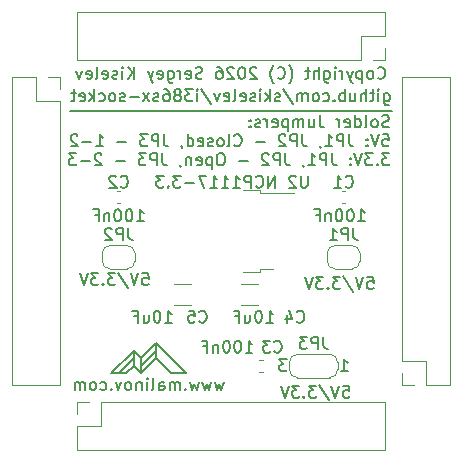
<source format=gbr>
%TF.GenerationSoftware,KiCad,Pcbnew,(6.0.2)*%
%TF.CreationDate,2026-01-28T08:29:43-08:00*%
%TF.ProjectId,i386sx-socket,69333836-7378-42d7-936f-636b65742e6b,1.0*%
%TF.SameCoordinates,Original*%
%TF.FileFunction,Legend,Bot*%
%TF.FilePolarity,Positive*%
%FSLAX46Y46*%
G04 Gerber Fmt 4.6, Leading zero omitted, Abs format (unit mm)*
G04 Created by KiCad (PCBNEW (6.0.2)) date 2026-01-28 08:29:43*
%MOMM*%
%LPD*%
G01*
G04 APERTURE LIST*
%ADD10C,0.150000*%
%ADD11C,0.120000*%
G04 APERTURE END LIST*
D10*
X137795000Y-93345000D02*
X136525000Y-94615000D01*
X139700000Y-92075000D02*
X138430000Y-93345000D01*
X137160000Y-94615000D02*
X137795000Y-93980000D01*
X138430000Y-93345000D02*
X138430000Y-94615000D01*
X137795000Y-93980000D02*
X138430000Y-94615000D01*
X140970000Y-94615000D02*
X142240000Y-94615000D01*
X137795000Y-92710000D02*
X135890000Y-94615000D01*
X139700000Y-92710000D02*
X138430000Y-93980000D01*
X132397500Y-72390000D02*
X159702500Y-72390000D01*
X139700000Y-92075000D02*
X139700000Y-93345000D01*
X139700000Y-93345000D02*
X140970000Y-94615000D01*
X137795000Y-92710000D02*
X137795000Y-93980000D01*
X138430000Y-93345000D02*
X137795000Y-92710000D01*
X138430000Y-94615000D02*
X139700000Y-93345000D01*
X135890000Y-94615000D02*
X137160000Y-94615000D01*
X142240000Y-94615000D02*
X139700000Y-92075000D01*
X158478571Y-69572142D02*
X158526190Y-69619761D01*
X158669047Y-69667380D01*
X158764285Y-69667380D01*
X158907142Y-69619761D01*
X159002380Y-69524523D01*
X159050000Y-69429285D01*
X159097619Y-69238809D01*
X159097619Y-69095952D01*
X159050000Y-68905476D01*
X159002380Y-68810238D01*
X158907142Y-68715000D01*
X158764285Y-68667380D01*
X158669047Y-68667380D01*
X158526190Y-68715000D01*
X158478571Y-68762619D01*
X157907142Y-69667380D02*
X158002380Y-69619761D01*
X158050000Y-69572142D01*
X158097619Y-69476904D01*
X158097619Y-69191190D01*
X158050000Y-69095952D01*
X158002380Y-69048333D01*
X157907142Y-69000714D01*
X157764285Y-69000714D01*
X157669047Y-69048333D01*
X157621428Y-69095952D01*
X157573809Y-69191190D01*
X157573809Y-69476904D01*
X157621428Y-69572142D01*
X157669047Y-69619761D01*
X157764285Y-69667380D01*
X157907142Y-69667380D01*
X157145238Y-69000714D02*
X157145238Y-70000714D01*
X157145238Y-69048333D02*
X157050000Y-69000714D01*
X156859523Y-69000714D01*
X156764285Y-69048333D01*
X156716666Y-69095952D01*
X156669047Y-69191190D01*
X156669047Y-69476904D01*
X156716666Y-69572142D01*
X156764285Y-69619761D01*
X156859523Y-69667380D01*
X157050000Y-69667380D01*
X157145238Y-69619761D01*
X156335714Y-69000714D02*
X156097619Y-69667380D01*
X155859523Y-69000714D02*
X156097619Y-69667380D01*
X156192857Y-69905476D01*
X156240476Y-69953095D01*
X156335714Y-70000714D01*
X155478571Y-69667380D02*
X155478571Y-69000714D01*
X155478571Y-69191190D02*
X155430952Y-69095952D01*
X155383333Y-69048333D01*
X155288095Y-69000714D01*
X155192857Y-69000714D01*
X154859523Y-69667380D02*
X154859523Y-69000714D01*
X154859523Y-68667380D02*
X154907142Y-68715000D01*
X154859523Y-68762619D01*
X154811904Y-68715000D01*
X154859523Y-68667380D01*
X154859523Y-68762619D01*
X153954761Y-69000714D02*
X153954761Y-69810238D01*
X154002380Y-69905476D01*
X154050000Y-69953095D01*
X154145238Y-70000714D01*
X154288095Y-70000714D01*
X154383333Y-69953095D01*
X153954761Y-69619761D02*
X154050000Y-69667380D01*
X154240476Y-69667380D01*
X154335714Y-69619761D01*
X154383333Y-69572142D01*
X154430952Y-69476904D01*
X154430952Y-69191190D01*
X154383333Y-69095952D01*
X154335714Y-69048333D01*
X154240476Y-69000714D01*
X154050000Y-69000714D01*
X153954761Y-69048333D01*
X153478571Y-69667380D02*
X153478571Y-68667380D01*
X153050000Y-69667380D02*
X153050000Y-69143571D01*
X153097619Y-69048333D01*
X153192857Y-69000714D01*
X153335714Y-69000714D01*
X153430952Y-69048333D01*
X153478571Y-69095952D01*
X152716666Y-69000714D02*
X152335714Y-69000714D01*
X152573809Y-68667380D02*
X152573809Y-69524523D01*
X152526190Y-69619761D01*
X152430952Y-69667380D01*
X152335714Y-69667380D01*
X150954761Y-70048333D02*
X151002380Y-70000714D01*
X151097619Y-69857857D01*
X151145238Y-69762619D01*
X151192857Y-69619761D01*
X151240476Y-69381666D01*
X151240476Y-69191190D01*
X151192857Y-68953095D01*
X151145238Y-68810238D01*
X151097619Y-68715000D01*
X151002380Y-68572142D01*
X150954761Y-68524523D01*
X150002380Y-69572142D02*
X150050000Y-69619761D01*
X150192857Y-69667380D01*
X150288095Y-69667380D01*
X150430952Y-69619761D01*
X150526190Y-69524523D01*
X150573809Y-69429285D01*
X150621428Y-69238809D01*
X150621428Y-69095952D01*
X150573809Y-68905476D01*
X150526190Y-68810238D01*
X150430952Y-68715000D01*
X150288095Y-68667380D01*
X150192857Y-68667380D01*
X150050000Y-68715000D01*
X150002380Y-68762619D01*
X149669047Y-70048333D02*
X149621428Y-70000714D01*
X149526190Y-69857857D01*
X149478571Y-69762619D01*
X149430952Y-69619761D01*
X149383333Y-69381666D01*
X149383333Y-69191190D01*
X149430952Y-68953095D01*
X149478571Y-68810238D01*
X149526190Y-68715000D01*
X149621428Y-68572142D01*
X149669047Y-68524523D01*
X148192857Y-68762619D02*
X148145238Y-68715000D01*
X148050000Y-68667380D01*
X147811904Y-68667380D01*
X147716666Y-68715000D01*
X147669047Y-68762619D01*
X147621428Y-68857857D01*
X147621428Y-68953095D01*
X147669047Y-69095952D01*
X148240476Y-69667380D01*
X147621428Y-69667380D01*
X147002380Y-68667380D02*
X146907142Y-68667380D01*
X146811904Y-68715000D01*
X146764285Y-68762619D01*
X146716666Y-68857857D01*
X146669047Y-69048333D01*
X146669047Y-69286428D01*
X146716666Y-69476904D01*
X146764285Y-69572142D01*
X146811904Y-69619761D01*
X146907142Y-69667380D01*
X147002380Y-69667380D01*
X147097619Y-69619761D01*
X147145238Y-69572142D01*
X147192857Y-69476904D01*
X147240476Y-69286428D01*
X147240476Y-69048333D01*
X147192857Y-68857857D01*
X147145238Y-68762619D01*
X147097619Y-68715000D01*
X147002380Y-68667380D01*
X146288095Y-68762619D02*
X146240476Y-68715000D01*
X146145238Y-68667380D01*
X145907142Y-68667380D01*
X145811904Y-68715000D01*
X145764285Y-68762619D01*
X145716666Y-68857857D01*
X145716666Y-68953095D01*
X145764285Y-69095952D01*
X146335714Y-69667380D01*
X145716666Y-69667380D01*
X144859523Y-68667380D02*
X145050000Y-68667380D01*
X145145238Y-68715000D01*
X145192857Y-68762619D01*
X145288095Y-68905476D01*
X145335714Y-69095952D01*
X145335714Y-69476904D01*
X145288095Y-69572142D01*
X145240476Y-69619761D01*
X145145238Y-69667380D01*
X144954761Y-69667380D01*
X144859523Y-69619761D01*
X144811904Y-69572142D01*
X144764285Y-69476904D01*
X144764285Y-69238809D01*
X144811904Y-69143571D01*
X144859523Y-69095952D01*
X144954761Y-69048333D01*
X145145238Y-69048333D01*
X145240476Y-69095952D01*
X145288095Y-69143571D01*
X145335714Y-69238809D01*
X143621428Y-69619761D02*
X143478571Y-69667380D01*
X143240476Y-69667380D01*
X143145238Y-69619761D01*
X143097619Y-69572142D01*
X143050000Y-69476904D01*
X143050000Y-69381666D01*
X143097619Y-69286428D01*
X143145238Y-69238809D01*
X143240476Y-69191190D01*
X143430952Y-69143571D01*
X143526190Y-69095952D01*
X143573809Y-69048333D01*
X143621428Y-68953095D01*
X143621428Y-68857857D01*
X143573809Y-68762619D01*
X143526190Y-68715000D01*
X143430952Y-68667380D01*
X143192857Y-68667380D01*
X143050000Y-68715000D01*
X142240476Y-69619761D02*
X142335714Y-69667380D01*
X142526190Y-69667380D01*
X142621428Y-69619761D01*
X142669047Y-69524523D01*
X142669047Y-69143571D01*
X142621428Y-69048333D01*
X142526190Y-69000714D01*
X142335714Y-69000714D01*
X142240476Y-69048333D01*
X142192857Y-69143571D01*
X142192857Y-69238809D01*
X142669047Y-69334047D01*
X141764285Y-69667380D02*
X141764285Y-69000714D01*
X141764285Y-69191190D02*
X141716666Y-69095952D01*
X141669047Y-69048333D01*
X141573809Y-69000714D01*
X141478571Y-69000714D01*
X140716666Y-69000714D02*
X140716666Y-69810238D01*
X140764285Y-69905476D01*
X140811904Y-69953095D01*
X140907142Y-70000714D01*
X141050000Y-70000714D01*
X141145238Y-69953095D01*
X140716666Y-69619761D02*
X140811904Y-69667380D01*
X141002380Y-69667380D01*
X141097619Y-69619761D01*
X141145238Y-69572142D01*
X141192857Y-69476904D01*
X141192857Y-69191190D01*
X141145238Y-69095952D01*
X141097619Y-69048333D01*
X141002380Y-69000714D01*
X140811904Y-69000714D01*
X140716666Y-69048333D01*
X139859523Y-69619761D02*
X139954761Y-69667380D01*
X140145238Y-69667380D01*
X140240476Y-69619761D01*
X140288095Y-69524523D01*
X140288095Y-69143571D01*
X140240476Y-69048333D01*
X140145238Y-69000714D01*
X139954761Y-69000714D01*
X139859523Y-69048333D01*
X139811904Y-69143571D01*
X139811904Y-69238809D01*
X140288095Y-69334047D01*
X139478571Y-69000714D02*
X139240476Y-69667380D01*
X139002380Y-69000714D02*
X139240476Y-69667380D01*
X139335714Y-69905476D01*
X139383333Y-69953095D01*
X139478571Y-70000714D01*
X137859523Y-69667380D02*
X137859523Y-68667380D01*
X137288095Y-69667380D02*
X137716666Y-69095952D01*
X137288095Y-68667380D02*
X137859523Y-69238809D01*
X136859523Y-69667380D02*
X136859523Y-69000714D01*
X136859523Y-68667380D02*
X136907142Y-68715000D01*
X136859523Y-68762619D01*
X136811904Y-68715000D01*
X136859523Y-68667380D01*
X136859523Y-68762619D01*
X136430952Y-69619761D02*
X136335714Y-69667380D01*
X136145238Y-69667380D01*
X136050000Y-69619761D01*
X136002380Y-69524523D01*
X136002380Y-69476904D01*
X136050000Y-69381666D01*
X136145238Y-69334047D01*
X136288095Y-69334047D01*
X136383333Y-69286428D01*
X136430952Y-69191190D01*
X136430952Y-69143571D01*
X136383333Y-69048333D01*
X136288095Y-69000714D01*
X136145238Y-69000714D01*
X136050000Y-69048333D01*
X135192857Y-69619761D02*
X135288095Y-69667380D01*
X135478571Y-69667380D01*
X135573809Y-69619761D01*
X135621428Y-69524523D01*
X135621428Y-69143571D01*
X135573809Y-69048333D01*
X135478571Y-69000714D01*
X135288095Y-69000714D01*
X135192857Y-69048333D01*
X135145238Y-69143571D01*
X135145238Y-69238809D01*
X135621428Y-69334047D01*
X134573809Y-69667380D02*
X134669047Y-69619761D01*
X134716666Y-69524523D01*
X134716666Y-68667380D01*
X133811904Y-69619761D02*
X133907142Y-69667380D01*
X134097619Y-69667380D01*
X134192857Y-69619761D01*
X134240476Y-69524523D01*
X134240476Y-69143571D01*
X134192857Y-69048333D01*
X134097619Y-69000714D01*
X133907142Y-69000714D01*
X133811904Y-69048333D01*
X133764285Y-69143571D01*
X133764285Y-69238809D01*
X134240476Y-69334047D01*
X133430952Y-69000714D02*
X133192857Y-69667380D01*
X132954761Y-69000714D01*
X159002380Y-70905714D02*
X159002380Y-71715238D01*
X159050000Y-71810476D01*
X159097619Y-71858095D01*
X159192857Y-71905714D01*
X159335714Y-71905714D01*
X159430952Y-71858095D01*
X159002380Y-71524761D02*
X159097619Y-71572380D01*
X159288095Y-71572380D01*
X159383333Y-71524761D01*
X159430952Y-71477142D01*
X159478571Y-71381904D01*
X159478571Y-71096190D01*
X159430952Y-71000952D01*
X159383333Y-70953333D01*
X159288095Y-70905714D01*
X159097619Y-70905714D01*
X159002380Y-70953333D01*
X158526190Y-71572380D02*
X158526190Y-70905714D01*
X158526190Y-70572380D02*
X158573809Y-70620000D01*
X158526190Y-70667619D01*
X158478571Y-70620000D01*
X158526190Y-70572380D01*
X158526190Y-70667619D01*
X158192857Y-70905714D02*
X157811904Y-70905714D01*
X158050000Y-70572380D02*
X158050000Y-71429523D01*
X158002380Y-71524761D01*
X157907142Y-71572380D01*
X157811904Y-71572380D01*
X157478571Y-71572380D02*
X157478571Y-70572380D01*
X157050000Y-71572380D02*
X157050000Y-71048571D01*
X157097619Y-70953333D01*
X157192857Y-70905714D01*
X157335714Y-70905714D01*
X157430952Y-70953333D01*
X157478571Y-71000952D01*
X156145238Y-70905714D02*
X156145238Y-71572380D01*
X156573809Y-70905714D02*
X156573809Y-71429523D01*
X156526190Y-71524761D01*
X156430952Y-71572380D01*
X156288095Y-71572380D01*
X156192857Y-71524761D01*
X156145238Y-71477142D01*
X155669047Y-71572380D02*
X155669047Y-70572380D01*
X155669047Y-70953333D02*
X155573809Y-70905714D01*
X155383333Y-70905714D01*
X155288095Y-70953333D01*
X155240476Y-71000952D01*
X155192857Y-71096190D01*
X155192857Y-71381904D01*
X155240476Y-71477142D01*
X155288095Y-71524761D01*
X155383333Y-71572380D01*
X155573809Y-71572380D01*
X155669047Y-71524761D01*
X154764285Y-71477142D02*
X154716666Y-71524761D01*
X154764285Y-71572380D01*
X154811904Y-71524761D01*
X154764285Y-71477142D01*
X154764285Y-71572380D01*
X153859523Y-71524761D02*
X153954761Y-71572380D01*
X154145238Y-71572380D01*
X154240476Y-71524761D01*
X154288095Y-71477142D01*
X154335714Y-71381904D01*
X154335714Y-71096190D01*
X154288095Y-71000952D01*
X154240476Y-70953333D01*
X154145238Y-70905714D01*
X153954761Y-70905714D01*
X153859523Y-70953333D01*
X153288095Y-71572380D02*
X153383333Y-71524761D01*
X153430952Y-71477142D01*
X153478571Y-71381904D01*
X153478571Y-71096190D01*
X153430952Y-71000952D01*
X153383333Y-70953333D01*
X153288095Y-70905714D01*
X153145238Y-70905714D01*
X153050000Y-70953333D01*
X153002380Y-71000952D01*
X152954761Y-71096190D01*
X152954761Y-71381904D01*
X153002380Y-71477142D01*
X153050000Y-71524761D01*
X153145238Y-71572380D01*
X153288095Y-71572380D01*
X152526190Y-71572380D02*
X152526190Y-70905714D01*
X152526190Y-71000952D02*
X152478571Y-70953333D01*
X152383333Y-70905714D01*
X152240476Y-70905714D01*
X152145238Y-70953333D01*
X152097619Y-71048571D01*
X152097619Y-71572380D01*
X152097619Y-71048571D02*
X152050000Y-70953333D01*
X151954761Y-70905714D01*
X151811904Y-70905714D01*
X151716666Y-70953333D01*
X151669047Y-71048571D01*
X151669047Y-71572380D01*
X150478571Y-70524761D02*
X151335714Y-71810476D01*
X150192857Y-71524761D02*
X150097619Y-71572380D01*
X149907142Y-71572380D01*
X149811904Y-71524761D01*
X149764285Y-71429523D01*
X149764285Y-71381904D01*
X149811904Y-71286666D01*
X149907142Y-71239047D01*
X150050000Y-71239047D01*
X150145238Y-71191428D01*
X150192857Y-71096190D01*
X150192857Y-71048571D01*
X150145238Y-70953333D01*
X150050000Y-70905714D01*
X149907142Y-70905714D01*
X149811904Y-70953333D01*
X149335714Y-71572380D02*
X149335714Y-70572380D01*
X149240476Y-71191428D02*
X148954761Y-71572380D01*
X148954761Y-70905714D02*
X149335714Y-71286666D01*
X148526190Y-71572380D02*
X148526190Y-70905714D01*
X148526190Y-70572380D02*
X148573809Y-70620000D01*
X148526190Y-70667619D01*
X148478571Y-70620000D01*
X148526190Y-70572380D01*
X148526190Y-70667619D01*
X148097619Y-71524761D02*
X148002380Y-71572380D01*
X147811904Y-71572380D01*
X147716666Y-71524761D01*
X147669047Y-71429523D01*
X147669047Y-71381904D01*
X147716666Y-71286666D01*
X147811904Y-71239047D01*
X147954761Y-71239047D01*
X148050000Y-71191428D01*
X148097619Y-71096190D01*
X148097619Y-71048571D01*
X148050000Y-70953333D01*
X147954761Y-70905714D01*
X147811904Y-70905714D01*
X147716666Y-70953333D01*
X146859523Y-71524761D02*
X146954761Y-71572380D01*
X147145238Y-71572380D01*
X147240476Y-71524761D01*
X147288095Y-71429523D01*
X147288095Y-71048571D01*
X147240476Y-70953333D01*
X147145238Y-70905714D01*
X146954761Y-70905714D01*
X146859523Y-70953333D01*
X146811904Y-71048571D01*
X146811904Y-71143809D01*
X147288095Y-71239047D01*
X146240476Y-71572380D02*
X146335714Y-71524761D01*
X146383333Y-71429523D01*
X146383333Y-70572380D01*
X145478571Y-71524761D02*
X145573809Y-71572380D01*
X145764285Y-71572380D01*
X145859523Y-71524761D01*
X145907142Y-71429523D01*
X145907142Y-71048571D01*
X145859523Y-70953333D01*
X145764285Y-70905714D01*
X145573809Y-70905714D01*
X145478571Y-70953333D01*
X145430952Y-71048571D01*
X145430952Y-71143809D01*
X145907142Y-71239047D01*
X145097619Y-70905714D02*
X144859523Y-71572380D01*
X144621428Y-70905714D01*
X143526190Y-70524761D02*
X144383333Y-71810476D01*
X143192857Y-71572380D02*
X143192857Y-70905714D01*
X143192857Y-70572380D02*
X143240476Y-70620000D01*
X143192857Y-70667619D01*
X143145238Y-70620000D01*
X143192857Y-70572380D01*
X143192857Y-70667619D01*
X142811904Y-70572380D02*
X142192857Y-70572380D01*
X142526190Y-70953333D01*
X142383333Y-70953333D01*
X142288095Y-71000952D01*
X142240476Y-71048571D01*
X142192857Y-71143809D01*
X142192857Y-71381904D01*
X142240476Y-71477142D01*
X142288095Y-71524761D01*
X142383333Y-71572380D01*
X142669047Y-71572380D01*
X142764285Y-71524761D01*
X142811904Y-71477142D01*
X141621428Y-71000952D02*
X141716666Y-70953333D01*
X141764285Y-70905714D01*
X141811904Y-70810476D01*
X141811904Y-70762857D01*
X141764285Y-70667619D01*
X141716666Y-70620000D01*
X141621428Y-70572380D01*
X141430952Y-70572380D01*
X141335714Y-70620000D01*
X141288095Y-70667619D01*
X141240476Y-70762857D01*
X141240476Y-70810476D01*
X141288095Y-70905714D01*
X141335714Y-70953333D01*
X141430952Y-71000952D01*
X141621428Y-71000952D01*
X141716666Y-71048571D01*
X141764285Y-71096190D01*
X141811904Y-71191428D01*
X141811904Y-71381904D01*
X141764285Y-71477142D01*
X141716666Y-71524761D01*
X141621428Y-71572380D01*
X141430952Y-71572380D01*
X141335714Y-71524761D01*
X141288095Y-71477142D01*
X141240476Y-71381904D01*
X141240476Y-71191428D01*
X141288095Y-71096190D01*
X141335714Y-71048571D01*
X141430952Y-71000952D01*
X140383333Y-70572380D02*
X140573809Y-70572380D01*
X140669047Y-70620000D01*
X140716666Y-70667619D01*
X140811904Y-70810476D01*
X140859523Y-71000952D01*
X140859523Y-71381904D01*
X140811904Y-71477142D01*
X140764285Y-71524761D01*
X140669047Y-71572380D01*
X140478571Y-71572380D01*
X140383333Y-71524761D01*
X140335714Y-71477142D01*
X140288095Y-71381904D01*
X140288095Y-71143809D01*
X140335714Y-71048571D01*
X140383333Y-71000952D01*
X140478571Y-70953333D01*
X140669047Y-70953333D01*
X140764285Y-71000952D01*
X140811904Y-71048571D01*
X140859523Y-71143809D01*
X139907142Y-71524761D02*
X139811904Y-71572380D01*
X139621428Y-71572380D01*
X139526190Y-71524761D01*
X139478571Y-71429523D01*
X139478571Y-71381904D01*
X139526190Y-71286666D01*
X139621428Y-71239047D01*
X139764285Y-71239047D01*
X139859523Y-71191428D01*
X139907142Y-71096190D01*
X139907142Y-71048571D01*
X139859523Y-70953333D01*
X139764285Y-70905714D01*
X139621428Y-70905714D01*
X139526190Y-70953333D01*
X139145238Y-71572380D02*
X138621428Y-70905714D01*
X139145238Y-70905714D02*
X138621428Y-71572380D01*
X138240476Y-71191428D02*
X137478571Y-71191428D01*
X137050000Y-71524761D02*
X136954761Y-71572380D01*
X136764285Y-71572380D01*
X136669047Y-71524761D01*
X136621428Y-71429523D01*
X136621428Y-71381904D01*
X136669047Y-71286666D01*
X136764285Y-71239047D01*
X136907142Y-71239047D01*
X137002380Y-71191428D01*
X137050000Y-71096190D01*
X137050000Y-71048571D01*
X137002380Y-70953333D01*
X136907142Y-70905714D01*
X136764285Y-70905714D01*
X136669047Y-70953333D01*
X136050000Y-71572380D02*
X136145238Y-71524761D01*
X136192857Y-71477142D01*
X136240476Y-71381904D01*
X136240476Y-71096190D01*
X136192857Y-71000952D01*
X136145238Y-70953333D01*
X136050000Y-70905714D01*
X135907142Y-70905714D01*
X135811904Y-70953333D01*
X135764285Y-71000952D01*
X135716666Y-71096190D01*
X135716666Y-71381904D01*
X135764285Y-71477142D01*
X135811904Y-71524761D01*
X135907142Y-71572380D01*
X136050000Y-71572380D01*
X134859523Y-71524761D02*
X134954761Y-71572380D01*
X135145238Y-71572380D01*
X135240476Y-71524761D01*
X135288095Y-71477142D01*
X135335714Y-71381904D01*
X135335714Y-71096190D01*
X135288095Y-71000952D01*
X135240476Y-70953333D01*
X135145238Y-70905714D01*
X134954761Y-70905714D01*
X134859523Y-70953333D01*
X134430952Y-71572380D02*
X134430952Y-70572380D01*
X134335714Y-71191428D02*
X134050000Y-71572380D01*
X134050000Y-70905714D02*
X134430952Y-71286666D01*
X133240476Y-71524761D02*
X133335714Y-71572380D01*
X133526190Y-71572380D01*
X133621428Y-71524761D01*
X133669047Y-71429523D01*
X133669047Y-71048571D01*
X133621428Y-70953333D01*
X133526190Y-70905714D01*
X133335714Y-70905714D01*
X133240476Y-70953333D01*
X133192857Y-71048571D01*
X133192857Y-71143809D01*
X133669047Y-71239047D01*
X132907142Y-70905714D02*
X132526190Y-70905714D01*
X132764285Y-70572380D02*
X132764285Y-71429523D01*
X132716666Y-71524761D01*
X132621428Y-71572380D01*
X132526190Y-71572380D01*
X145422142Y-95353214D02*
X145231666Y-96019880D01*
X145041190Y-95543690D01*
X144850714Y-96019880D01*
X144660238Y-95353214D01*
X144374523Y-95353214D02*
X144184047Y-96019880D01*
X143993571Y-95543690D01*
X143803095Y-96019880D01*
X143612619Y-95353214D01*
X143326904Y-95353214D02*
X143136428Y-96019880D01*
X142945952Y-95543690D01*
X142755476Y-96019880D01*
X142565000Y-95353214D01*
X142184047Y-95924642D02*
X142136428Y-95972261D01*
X142184047Y-96019880D01*
X142231666Y-95972261D01*
X142184047Y-95924642D01*
X142184047Y-96019880D01*
X141707857Y-96019880D02*
X141707857Y-95353214D01*
X141707857Y-95448452D02*
X141660238Y-95400833D01*
X141565000Y-95353214D01*
X141422142Y-95353214D01*
X141326904Y-95400833D01*
X141279285Y-95496071D01*
X141279285Y-96019880D01*
X141279285Y-95496071D02*
X141231666Y-95400833D01*
X141136428Y-95353214D01*
X140993571Y-95353214D01*
X140898333Y-95400833D01*
X140850714Y-95496071D01*
X140850714Y-96019880D01*
X139945952Y-96019880D02*
X139945952Y-95496071D01*
X139993571Y-95400833D01*
X140088809Y-95353214D01*
X140279285Y-95353214D01*
X140374523Y-95400833D01*
X139945952Y-95972261D02*
X140041190Y-96019880D01*
X140279285Y-96019880D01*
X140374523Y-95972261D01*
X140422142Y-95877023D01*
X140422142Y-95781785D01*
X140374523Y-95686547D01*
X140279285Y-95638928D01*
X140041190Y-95638928D01*
X139945952Y-95591309D01*
X139326904Y-96019880D02*
X139422142Y-95972261D01*
X139469761Y-95877023D01*
X139469761Y-95019880D01*
X138945952Y-96019880D02*
X138945952Y-95353214D01*
X138945952Y-95019880D02*
X138993571Y-95067500D01*
X138945952Y-95115119D01*
X138898333Y-95067500D01*
X138945952Y-95019880D01*
X138945952Y-95115119D01*
X138469761Y-95353214D02*
X138469761Y-96019880D01*
X138469761Y-95448452D02*
X138422142Y-95400833D01*
X138326904Y-95353214D01*
X138184047Y-95353214D01*
X138088809Y-95400833D01*
X138041190Y-95496071D01*
X138041190Y-96019880D01*
X137422142Y-96019880D02*
X137517380Y-95972261D01*
X137565000Y-95924642D01*
X137612619Y-95829404D01*
X137612619Y-95543690D01*
X137565000Y-95448452D01*
X137517380Y-95400833D01*
X137422142Y-95353214D01*
X137279285Y-95353214D01*
X137184047Y-95400833D01*
X137136428Y-95448452D01*
X137088809Y-95543690D01*
X137088809Y-95829404D01*
X137136428Y-95924642D01*
X137184047Y-95972261D01*
X137279285Y-96019880D01*
X137422142Y-96019880D01*
X136755476Y-95353214D02*
X136517380Y-96019880D01*
X136279285Y-95353214D01*
X135898333Y-95924642D02*
X135850714Y-95972261D01*
X135898333Y-96019880D01*
X135945952Y-95972261D01*
X135898333Y-95924642D01*
X135898333Y-96019880D01*
X134993571Y-95972261D02*
X135088809Y-96019880D01*
X135279285Y-96019880D01*
X135374523Y-95972261D01*
X135422142Y-95924642D01*
X135469761Y-95829404D01*
X135469761Y-95543690D01*
X135422142Y-95448452D01*
X135374523Y-95400833D01*
X135279285Y-95353214D01*
X135088809Y-95353214D01*
X134993571Y-95400833D01*
X134422142Y-96019880D02*
X134517380Y-95972261D01*
X134565000Y-95924642D01*
X134612619Y-95829404D01*
X134612619Y-95543690D01*
X134565000Y-95448452D01*
X134517380Y-95400833D01*
X134422142Y-95353214D01*
X134279285Y-95353214D01*
X134184047Y-95400833D01*
X134136428Y-95448452D01*
X134088809Y-95543690D01*
X134088809Y-95829404D01*
X134136428Y-95924642D01*
X134184047Y-95972261D01*
X134279285Y-96019880D01*
X134422142Y-96019880D01*
X133660238Y-96019880D02*
X133660238Y-95353214D01*
X133660238Y-95448452D02*
X133612619Y-95400833D01*
X133517380Y-95353214D01*
X133374523Y-95353214D01*
X133279285Y-95400833D01*
X133231666Y-95496071D01*
X133231666Y-96019880D01*
X133231666Y-95496071D02*
X133184047Y-95400833D01*
X133088809Y-95353214D01*
X132945952Y-95353214D01*
X132850714Y-95400833D01*
X132803095Y-95496071D01*
X132803095Y-96019880D01*
X159414523Y-73724761D02*
X159271666Y-73772380D01*
X159033571Y-73772380D01*
X158938333Y-73724761D01*
X158890714Y-73677142D01*
X158843095Y-73581904D01*
X158843095Y-73486666D01*
X158890714Y-73391428D01*
X158938333Y-73343809D01*
X159033571Y-73296190D01*
X159224047Y-73248571D01*
X159319285Y-73200952D01*
X159366904Y-73153333D01*
X159414523Y-73058095D01*
X159414523Y-72962857D01*
X159366904Y-72867619D01*
X159319285Y-72820000D01*
X159224047Y-72772380D01*
X158985952Y-72772380D01*
X158843095Y-72820000D01*
X158271666Y-73772380D02*
X158366904Y-73724761D01*
X158414523Y-73677142D01*
X158462142Y-73581904D01*
X158462142Y-73296190D01*
X158414523Y-73200952D01*
X158366904Y-73153333D01*
X158271666Y-73105714D01*
X158128809Y-73105714D01*
X158033571Y-73153333D01*
X157985952Y-73200952D01*
X157938333Y-73296190D01*
X157938333Y-73581904D01*
X157985952Y-73677142D01*
X158033571Y-73724761D01*
X158128809Y-73772380D01*
X158271666Y-73772380D01*
X157366904Y-73772380D02*
X157462142Y-73724761D01*
X157509761Y-73629523D01*
X157509761Y-72772380D01*
X156557380Y-73772380D02*
X156557380Y-72772380D01*
X156557380Y-73724761D02*
X156652619Y-73772380D01*
X156843095Y-73772380D01*
X156938333Y-73724761D01*
X156985952Y-73677142D01*
X157033571Y-73581904D01*
X157033571Y-73296190D01*
X156985952Y-73200952D01*
X156938333Y-73153333D01*
X156843095Y-73105714D01*
X156652619Y-73105714D01*
X156557380Y-73153333D01*
X155700238Y-73724761D02*
X155795476Y-73772380D01*
X155985952Y-73772380D01*
X156081190Y-73724761D01*
X156128809Y-73629523D01*
X156128809Y-73248571D01*
X156081190Y-73153333D01*
X155985952Y-73105714D01*
X155795476Y-73105714D01*
X155700238Y-73153333D01*
X155652619Y-73248571D01*
X155652619Y-73343809D01*
X156128809Y-73439047D01*
X155224047Y-73772380D02*
X155224047Y-73105714D01*
X155224047Y-73296190D02*
X155176428Y-73200952D01*
X155128809Y-73153333D01*
X155033571Y-73105714D01*
X154938333Y-73105714D01*
X153557380Y-72772380D02*
X153557380Y-73486666D01*
X153605000Y-73629523D01*
X153700238Y-73724761D01*
X153843095Y-73772380D01*
X153938333Y-73772380D01*
X152652619Y-73105714D02*
X152652619Y-73772380D01*
X153081190Y-73105714D02*
X153081190Y-73629523D01*
X153033571Y-73724761D01*
X152938333Y-73772380D01*
X152795476Y-73772380D01*
X152700238Y-73724761D01*
X152652619Y-73677142D01*
X152176428Y-73772380D02*
X152176428Y-73105714D01*
X152176428Y-73200952D02*
X152128809Y-73153333D01*
X152033571Y-73105714D01*
X151890714Y-73105714D01*
X151795476Y-73153333D01*
X151747857Y-73248571D01*
X151747857Y-73772380D01*
X151747857Y-73248571D02*
X151700238Y-73153333D01*
X151605000Y-73105714D01*
X151462142Y-73105714D01*
X151366904Y-73153333D01*
X151319285Y-73248571D01*
X151319285Y-73772380D01*
X150843095Y-73105714D02*
X150843095Y-74105714D01*
X150843095Y-73153333D02*
X150747857Y-73105714D01*
X150557380Y-73105714D01*
X150462142Y-73153333D01*
X150414523Y-73200952D01*
X150366904Y-73296190D01*
X150366904Y-73581904D01*
X150414523Y-73677142D01*
X150462142Y-73724761D01*
X150557380Y-73772380D01*
X150747857Y-73772380D01*
X150843095Y-73724761D01*
X149557380Y-73724761D02*
X149652619Y-73772380D01*
X149843095Y-73772380D01*
X149938333Y-73724761D01*
X149985952Y-73629523D01*
X149985952Y-73248571D01*
X149938333Y-73153333D01*
X149843095Y-73105714D01*
X149652619Y-73105714D01*
X149557380Y-73153333D01*
X149509761Y-73248571D01*
X149509761Y-73343809D01*
X149985952Y-73439047D01*
X149081190Y-73772380D02*
X149081190Y-73105714D01*
X149081190Y-73296190D02*
X149033571Y-73200952D01*
X148985952Y-73153333D01*
X148890714Y-73105714D01*
X148795476Y-73105714D01*
X148509761Y-73724761D02*
X148414523Y-73772380D01*
X148224047Y-73772380D01*
X148128809Y-73724761D01*
X148081190Y-73629523D01*
X148081190Y-73581904D01*
X148128809Y-73486666D01*
X148224047Y-73439047D01*
X148366904Y-73439047D01*
X148462142Y-73391428D01*
X148509761Y-73296190D01*
X148509761Y-73248571D01*
X148462142Y-73153333D01*
X148366904Y-73105714D01*
X148224047Y-73105714D01*
X148128809Y-73153333D01*
X147652619Y-73677142D02*
X147605000Y-73724761D01*
X147652619Y-73772380D01*
X147700238Y-73724761D01*
X147652619Y-73677142D01*
X147652619Y-73772380D01*
X147652619Y-73153333D02*
X147605000Y-73200952D01*
X147652619Y-73248571D01*
X147700238Y-73200952D01*
X147652619Y-73153333D01*
X147652619Y-73248571D01*
X158890714Y-74382380D02*
X159366904Y-74382380D01*
X159414523Y-74858571D01*
X159366904Y-74810952D01*
X159271666Y-74763333D01*
X159033571Y-74763333D01*
X158938333Y-74810952D01*
X158890714Y-74858571D01*
X158843095Y-74953809D01*
X158843095Y-75191904D01*
X158890714Y-75287142D01*
X158938333Y-75334761D01*
X159033571Y-75382380D01*
X159271666Y-75382380D01*
X159366904Y-75334761D01*
X159414523Y-75287142D01*
X158557380Y-74382380D02*
X158224047Y-75382380D01*
X157890714Y-74382380D01*
X157557380Y-75287142D02*
X157509761Y-75334761D01*
X157557380Y-75382380D01*
X157605000Y-75334761D01*
X157557380Y-75287142D01*
X157557380Y-75382380D01*
X157557380Y-74763333D02*
X157509761Y-74810952D01*
X157557380Y-74858571D01*
X157605000Y-74810952D01*
X157557380Y-74763333D01*
X157557380Y-74858571D01*
X156033571Y-74382380D02*
X156033571Y-75096666D01*
X156081190Y-75239523D01*
X156176428Y-75334761D01*
X156319285Y-75382380D01*
X156414523Y-75382380D01*
X155557380Y-75382380D02*
X155557380Y-74382380D01*
X155176428Y-74382380D01*
X155081190Y-74430000D01*
X155033571Y-74477619D01*
X154985952Y-74572857D01*
X154985952Y-74715714D01*
X155033571Y-74810952D01*
X155081190Y-74858571D01*
X155176428Y-74906190D01*
X155557380Y-74906190D01*
X154033571Y-75382380D02*
X154605000Y-75382380D01*
X154319285Y-75382380D02*
X154319285Y-74382380D01*
X154414523Y-74525238D01*
X154509761Y-74620476D01*
X154605000Y-74668095D01*
X153557380Y-75334761D02*
X153557380Y-75382380D01*
X153605000Y-75477619D01*
X153652619Y-75525238D01*
X152081190Y-74382380D02*
X152081190Y-75096666D01*
X152128809Y-75239523D01*
X152224047Y-75334761D01*
X152366904Y-75382380D01*
X152462142Y-75382380D01*
X151605000Y-75382380D02*
X151605000Y-74382380D01*
X151224047Y-74382380D01*
X151128809Y-74430000D01*
X151081190Y-74477619D01*
X151033571Y-74572857D01*
X151033571Y-74715714D01*
X151081190Y-74810952D01*
X151128809Y-74858571D01*
X151224047Y-74906190D01*
X151605000Y-74906190D01*
X150652619Y-74477619D02*
X150605000Y-74430000D01*
X150509761Y-74382380D01*
X150271666Y-74382380D01*
X150176428Y-74430000D01*
X150128809Y-74477619D01*
X150081190Y-74572857D01*
X150081190Y-74668095D01*
X150128809Y-74810952D01*
X150700238Y-75382380D01*
X150081190Y-75382380D01*
X148890714Y-75001428D02*
X148128809Y-75001428D01*
X146319285Y-75287142D02*
X146366904Y-75334761D01*
X146509761Y-75382380D01*
X146605000Y-75382380D01*
X146747857Y-75334761D01*
X146843095Y-75239523D01*
X146890714Y-75144285D01*
X146938333Y-74953809D01*
X146938333Y-74810952D01*
X146890714Y-74620476D01*
X146843095Y-74525238D01*
X146747857Y-74430000D01*
X146605000Y-74382380D01*
X146509761Y-74382380D01*
X146366904Y-74430000D01*
X146319285Y-74477619D01*
X145747857Y-75382380D02*
X145843095Y-75334761D01*
X145890714Y-75239523D01*
X145890714Y-74382380D01*
X145224047Y-75382380D02*
X145319285Y-75334761D01*
X145366904Y-75287142D01*
X145414523Y-75191904D01*
X145414523Y-74906190D01*
X145366904Y-74810952D01*
X145319285Y-74763333D01*
X145224047Y-74715714D01*
X145081190Y-74715714D01*
X144985952Y-74763333D01*
X144938333Y-74810952D01*
X144890714Y-74906190D01*
X144890714Y-75191904D01*
X144938333Y-75287142D01*
X144985952Y-75334761D01*
X145081190Y-75382380D01*
X145224047Y-75382380D01*
X144509761Y-75334761D02*
X144414523Y-75382380D01*
X144224047Y-75382380D01*
X144128809Y-75334761D01*
X144081190Y-75239523D01*
X144081190Y-75191904D01*
X144128809Y-75096666D01*
X144224047Y-75049047D01*
X144366904Y-75049047D01*
X144462142Y-75001428D01*
X144509761Y-74906190D01*
X144509761Y-74858571D01*
X144462142Y-74763333D01*
X144366904Y-74715714D01*
X144224047Y-74715714D01*
X144128809Y-74763333D01*
X143271666Y-75334761D02*
X143366904Y-75382380D01*
X143557380Y-75382380D01*
X143652619Y-75334761D01*
X143700238Y-75239523D01*
X143700238Y-74858571D01*
X143652619Y-74763333D01*
X143557380Y-74715714D01*
X143366904Y-74715714D01*
X143271666Y-74763333D01*
X143224047Y-74858571D01*
X143224047Y-74953809D01*
X143700238Y-75049047D01*
X142366904Y-75382380D02*
X142366904Y-74382380D01*
X142366904Y-75334761D02*
X142462142Y-75382380D01*
X142652619Y-75382380D01*
X142747857Y-75334761D01*
X142795476Y-75287142D01*
X142843095Y-75191904D01*
X142843095Y-74906190D01*
X142795476Y-74810952D01*
X142747857Y-74763333D01*
X142652619Y-74715714D01*
X142462142Y-74715714D01*
X142366904Y-74763333D01*
X141843095Y-75334761D02*
X141843095Y-75382380D01*
X141890714Y-75477619D01*
X141938333Y-75525238D01*
X140366904Y-74382380D02*
X140366904Y-75096666D01*
X140414523Y-75239523D01*
X140509761Y-75334761D01*
X140652619Y-75382380D01*
X140747857Y-75382380D01*
X139890714Y-75382380D02*
X139890714Y-74382380D01*
X139509761Y-74382380D01*
X139414523Y-74430000D01*
X139366904Y-74477619D01*
X139319285Y-74572857D01*
X139319285Y-74715714D01*
X139366904Y-74810952D01*
X139414523Y-74858571D01*
X139509761Y-74906190D01*
X139890714Y-74906190D01*
X138985952Y-74382380D02*
X138366904Y-74382380D01*
X138700238Y-74763333D01*
X138557380Y-74763333D01*
X138462142Y-74810952D01*
X138414523Y-74858571D01*
X138366904Y-74953809D01*
X138366904Y-75191904D01*
X138414523Y-75287142D01*
X138462142Y-75334761D01*
X138557380Y-75382380D01*
X138843095Y-75382380D01*
X138938333Y-75334761D01*
X138985952Y-75287142D01*
X137176428Y-75001428D02*
X136414523Y-75001428D01*
X134652619Y-75382380D02*
X135224047Y-75382380D01*
X134938333Y-75382380D02*
X134938333Y-74382380D01*
X135033571Y-74525238D01*
X135128809Y-74620476D01*
X135224047Y-74668095D01*
X134224047Y-75001428D02*
X133462142Y-75001428D01*
X133033571Y-74477619D02*
X132985952Y-74430000D01*
X132890714Y-74382380D01*
X132652619Y-74382380D01*
X132557380Y-74430000D01*
X132509761Y-74477619D01*
X132462142Y-74572857D01*
X132462142Y-74668095D01*
X132509761Y-74810952D01*
X133081190Y-75382380D01*
X132462142Y-75382380D01*
X159462142Y-75992380D02*
X158843095Y-75992380D01*
X159176428Y-76373333D01*
X159033571Y-76373333D01*
X158938333Y-76420952D01*
X158890714Y-76468571D01*
X158843095Y-76563809D01*
X158843095Y-76801904D01*
X158890714Y-76897142D01*
X158938333Y-76944761D01*
X159033571Y-76992380D01*
X159319285Y-76992380D01*
X159414523Y-76944761D01*
X159462142Y-76897142D01*
X158414523Y-76897142D02*
X158366904Y-76944761D01*
X158414523Y-76992380D01*
X158462142Y-76944761D01*
X158414523Y-76897142D01*
X158414523Y-76992380D01*
X158033571Y-75992380D02*
X157414523Y-75992380D01*
X157747857Y-76373333D01*
X157605000Y-76373333D01*
X157509761Y-76420952D01*
X157462142Y-76468571D01*
X157414523Y-76563809D01*
X157414523Y-76801904D01*
X157462142Y-76897142D01*
X157509761Y-76944761D01*
X157605000Y-76992380D01*
X157890714Y-76992380D01*
X157985952Y-76944761D01*
X158033571Y-76897142D01*
X157128809Y-75992380D02*
X156795476Y-76992380D01*
X156462142Y-75992380D01*
X156128809Y-76897142D02*
X156081190Y-76944761D01*
X156128809Y-76992380D01*
X156176428Y-76944761D01*
X156128809Y-76897142D01*
X156128809Y-76992380D01*
X156128809Y-76373333D02*
X156081190Y-76420952D01*
X156128809Y-76468571D01*
X156176428Y-76420952D01*
X156128809Y-76373333D01*
X156128809Y-76468571D01*
X154605000Y-75992380D02*
X154605000Y-76706666D01*
X154652619Y-76849523D01*
X154747857Y-76944761D01*
X154890714Y-76992380D01*
X154985952Y-76992380D01*
X154128809Y-76992380D02*
X154128809Y-75992380D01*
X153747857Y-75992380D01*
X153652619Y-76040000D01*
X153605000Y-76087619D01*
X153557380Y-76182857D01*
X153557380Y-76325714D01*
X153605000Y-76420952D01*
X153652619Y-76468571D01*
X153747857Y-76516190D01*
X154128809Y-76516190D01*
X152605000Y-76992380D02*
X153176428Y-76992380D01*
X152890714Y-76992380D02*
X152890714Y-75992380D01*
X152985952Y-76135238D01*
X153081190Y-76230476D01*
X153176428Y-76278095D01*
X152128809Y-76944761D02*
X152128809Y-76992380D01*
X152176428Y-77087619D01*
X152224047Y-77135238D01*
X150652619Y-75992380D02*
X150652619Y-76706666D01*
X150700238Y-76849523D01*
X150795476Y-76944761D01*
X150938333Y-76992380D01*
X151033571Y-76992380D01*
X150176428Y-76992380D02*
X150176428Y-75992380D01*
X149795476Y-75992380D01*
X149700238Y-76040000D01*
X149652619Y-76087619D01*
X149605000Y-76182857D01*
X149605000Y-76325714D01*
X149652619Y-76420952D01*
X149700238Y-76468571D01*
X149795476Y-76516190D01*
X150176428Y-76516190D01*
X149224047Y-76087619D02*
X149176428Y-76040000D01*
X149081190Y-75992380D01*
X148843095Y-75992380D01*
X148747857Y-76040000D01*
X148700238Y-76087619D01*
X148652619Y-76182857D01*
X148652619Y-76278095D01*
X148700238Y-76420952D01*
X149271666Y-76992380D01*
X148652619Y-76992380D01*
X147462142Y-76611428D02*
X146700238Y-76611428D01*
X145271666Y-75992380D02*
X145081190Y-75992380D01*
X144985952Y-76040000D01*
X144890714Y-76135238D01*
X144843095Y-76325714D01*
X144843095Y-76659047D01*
X144890714Y-76849523D01*
X144985952Y-76944761D01*
X145081190Y-76992380D01*
X145271666Y-76992380D01*
X145366904Y-76944761D01*
X145462142Y-76849523D01*
X145509761Y-76659047D01*
X145509761Y-76325714D01*
X145462142Y-76135238D01*
X145366904Y-76040000D01*
X145271666Y-75992380D01*
X144414523Y-76325714D02*
X144414523Y-77325714D01*
X144414523Y-76373333D02*
X144319285Y-76325714D01*
X144128809Y-76325714D01*
X144033571Y-76373333D01*
X143985952Y-76420952D01*
X143938333Y-76516190D01*
X143938333Y-76801904D01*
X143985952Y-76897142D01*
X144033571Y-76944761D01*
X144128809Y-76992380D01*
X144319285Y-76992380D01*
X144414523Y-76944761D01*
X143128809Y-76944761D02*
X143224047Y-76992380D01*
X143414523Y-76992380D01*
X143509761Y-76944761D01*
X143557380Y-76849523D01*
X143557380Y-76468571D01*
X143509761Y-76373333D01*
X143414523Y-76325714D01*
X143224047Y-76325714D01*
X143128809Y-76373333D01*
X143081190Y-76468571D01*
X143081190Y-76563809D01*
X143557380Y-76659047D01*
X142652619Y-76325714D02*
X142652619Y-76992380D01*
X142652619Y-76420952D02*
X142605000Y-76373333D01*
X142509761Y-76325714D01*
X142366904Y-76325714D01*
X142271666Y-76373333D01*
X142224047Y-76468571D01*
X142224047Y-76992380D01*
X141700238Y-76944761D02*
X141700238Y-76992380D01*
X141747857Y-77087619D01*
X141795476Y-77135238D01*
X140224047Y-75992380D02*
X140224047Y-76706666D01*
X140271666Y-76849523D01*
X140366904Y-76944761D01*
X140509761Y-76992380D01*
X140605000Y-76992380D01*
X139747857Y-76992380D02*
X139747857Y-75992380D01*
X139366904Y-75992380D01*
X139271666Y-76040000D01*
X139224047Y-76087619D01*
X139176428Y-76182857D01*
X139176428Y-76325714D01*
X139224047Y-76420952D01*
X139271666Y-76468571D01*
X139366904Y-76516190D01*
X139747857Y-76516190D01*
X138843095Y-75992380D02*
X138224047Y-75992380D01*
X138557380Y-76373333D01*
X138414523Y-76373333D01*
X138319285Y-76420952D01*
X138271666Y-76468571D01*
X138224047Y-76563809D01*
X138224047Y-76801904D01*
X138271666Y-76897142D01*
X138319285Y-76944761D01*
X138414523Y-76992380D01*
X138700238Y-76992380D01*
X138795476Y-76944761D01*
X138843095Y-76897142D01*
X137033571Y-76611428D02*
X136271666Y-76611428D01*
X135081190Y-76087619D02*
X135033571Y-76040000D01*
X134938333Y-75992380D01*
X134700238Y-75992380D01*
X134605000Y-76040000D01*
X134557380Y-76087619D01*
X134509761Y-76182857D01*
X134509761Y-76278095D01*
X134557380Y-76420952D01*
X135128809Y-76992380D01*
X134509761Y-76992380D01*
X134081190Y-76611428D02*
X133319285Y-76611428D01*
X132938333Y-75992380D02*
X132319285Y-75992380D01*
X132652619Y-76373333D01*
X132509761Y-76373333D01*
X132414523Y-76420952D01*
X132366904Y-76468571D01*
X132319285Y-76563809D01*
X132319285Y-76801904D01*
X132366904Y-76897142D01*
X132414523Y-76944761D01*
X132509761Y-76992380D01*
X132795476Y-76992380D01*
X132890714Y-76944761D01*
X132938333Y-76897142D01*
%TO.C,JP2*%
X137358333Y-82319880D02*
X137358333Y-83034166D01*
X137405952Y-83177023D01*
X137501190Y-83272261D01*
X137644047Y-83319880D01*
X137739285Y-83319880D01*
X136882142Y-83319880D02*
X136882142Y-82319880D01*
X136501190Y-82319880D01*
X136405952Y-82367500D01*
X136358333Y-82415119D01*
X136310714Y-82510357D01*
X136310714Y-82653214D01*
X136358333Y-82748452D01*
X136405952Y-82796071D01*
X136501190Y-82843690D01*
X136882142Y-82843690D01*
X135929761Y-82415119D02*
X135882142Y-82367500D01*
X135786904Y-82319880D01*
X135548809Y-82319880D01*
X135453571Y-82367500D01*
X135405952Y-82415119D01*
X135358333Y-82510357D01*
X135358333Y-82605595D01*
X135405952Y-82748452D01*
X135977380Y-83319880D01*
X135358333Y-83319880D01*
X138540833Y-86129880D02*
X139017023Y-86129880D01*
X139064642Y-86606071D01*
X139017023Y-86558452D01*
X138921785Y-86510833D01*
X138683690Y-86510833D01*
X138588452Y-86558452D01*
X138540833Y-86606071D01*
X138493214Y-86701309D01*
X138493214Y-86939404D01*
X138540833Y-87034642D01*
X138588452Y-87082261D01*
X138683690Y-87129880D01*
X138921785Y-87129880D01*
X139017023Y-87082261D01*
X139064642Y-87034642D01*
X138207500Y-86129880D02*
X137874166Y-87129880D01*
X137540833Y-86129880D01*
X136493214Y-86082261D02*
X137350357Y-87367976D01*
X136255119Y-86129880D02*
X135636071Y-86129880D01*
X135969404Y-86510833D01*
X135826547Y-86510833D01*
X135731309Y-86558452D01*
X135683690Y-86606071D01*
X135636071Y-86701309D01*
X135636071Y-86939404D01*
X135683690Y-87034642D01*
X135731309Y-87082261D01*
X135826547Y-87129880D01*
X136112261Y-87129880D01*
X136207500Y-87082261D01*
X136255119Y-87034642D01*
X135207500Y-87034642D02*
X135159880Y-87082261D01*
X135207500Y-87129880D01*
X135255119Y-87082261D01*
X135207500Y-87034642D01*
X135207500Y-87129880D01*
X134826547Y-86129880D02*
X134207500Y-86129880D01*
X134540833Y-86510833D01*
X134397976Y-86510833D01*
X134302738Y-86558452D01*
X134255119Y-86606071D01*
X134207500Y-86701309D01*
X134207500Y-86939404D01*
X134255119Y-87034642D01*
X134302738Y-87082261D01*
X134397976Y-87129880D01*
X134683690Y-87129880D01*
X134778928Y-87082261D01*
X134826547Y-87034642D01*
X133921785Y-86129880D02*
X133588452Y-87129880D01*
X133255119Y-86129880D01*
%TO.C,C3*%
X149709166Y-92749642D02*
X149756785Y-92797261D01*
X149899642Y-92844880D01*
X149994880Y-92844880D01*
X150137738Y-92797261D01*
X150232976Y-92702023D01*
X150280595Y-92606785D01*
X150328214Y-92416309D01*
X150328214Y-92273452D01*
X150280595Y-92082976D01*
X150232976Y-91987738D01*
X150137738Y-91892500D01*
X149994880Y-91844880D01*
X149899642Y-91844880D01*
X149756785Y-91892500D01*
X149709166Y-91940119D01*
X149375833Y-91844880D02*
X148756785Y-91844880D01*
X149090119Y-92225833D01*
X148947261Y-92225833D01*
X148852023Y-92273452D01*
X148804404Y-92321071D01*
X148756785Y-92416309D01*
X148756785Y-92654404D01*
X148804404Y-92749642D01*
X148852023Y-92797261D01*
X148947261Y-92844880D01*
X149232976Y-92844880D01*
X149328214Y-92797261D01*
X149375833Y-92749642D01*
X147280119Y-92844880D02*
X147851547Y-92844880D01*
X147565833Y-92844880D02*
X147565833Y-91844880D01*
X147661071Y-91987738D01*
X147756309Y-92082976D01*
X147851547Y-92130595D01*
X146661071Y-91844880D02*
X146565833Y-91844880D01*
X146470595Y-91892500D01*
X146422976Y-91940119D01*
X146375357Y-92035357D01*
X146327738Y-92225833D01*
X146327738Y-92463928D01*
X146375357Y-92654404D01*
X146422976Y-92749642D01*
X146470595Y-92797261D01*
X146565833Y-92844880D01*
X146661071Y-92844880D01*
X146756309Y-92797261D01*
X146803928Y-92749642D01*
X146851547Y-92654404D01*
X146899166Y-92463928D01*
X146899166Y-92225833D01*
X146851547Y-92035357D01*
X146803928Y-91940119D01*
X146756309Y-91892500D01*
X146661071Y-91844880D01*
X145708690Y-91844880D02*
X145613452Y-91844880D01*
X145518214Y-91892500D01*
X145470595Y-91940119D01*
X145422976Y-92035357D01*
X145375357Y-92225833D01*
X145375357Y-92463928D01*
X145422976Y-92654404D01*
X145470595Y-92749642D01*
X145518214Y-92797261D01*
X145613452Y-92844880D01*
X145708690Y-92844880D01*
X145803928Y-92797261D01*
X145851547Y-92749642D01*
X145899166Y-92654404D01*
X145946785Y-92463928D01*
X145946785Y-92225833D01*
X145899166Y-92035357D01*
X145851547Y-91940119D01*
X145803928Y-91892500D01*
X145708690Y-91844880D01*
X144946785Y-92178214D02*
X144946785Y-92844880D01*
X144946785Y-92273452D02*
X144899166Y-92225833D01*
X144803928Y-92178214D01*
X144661071Y-92178214D01*
X144565833Y-92225833D01*
X144518214Y-92321071D01*
X144518214Y-92844880D01*
X143708690Y-92321071D02*
X144042023Y-92321071D01*
X144042023Y-92844880D02*
X144042023Y-91844880D01*
X143565833Y-91844880D01*
%TO.C,C2*%
X136691666Y-78779642D02*
X136739285Y-78827261D01*
X136882142Y-78874880D01*
X136977380Y-78874880D01*
X137120238Y-78827261D01*
X137215476Y-78732023D01*
X137263095Y-78636785D01*
X137310714Y-78446309D01*
X137310714Y-78303452D01*
X137263095Y-78112976D01*
X137215476Y-78017738D01*
X137120238Y-77922500D01*
X136977380Y-77874880D01*
X136882142Y-77874880D01*
X136739285Y-77922500D01*
X136691666Y-77970119D01*
X136310714Y-77970119D02*
X136263095Y-77922500D01*
X136167857Y-77874880D01*
X135929761Y-77874880D01*
X135834523Y-77922500D01*
X135786904Y-77970119D01*
X135739285Y-78065357D01*
X135739285Y-78160595D01*
X135786904Y-78303452D01*
X136358333Y-78874880D01*
X135739285Y-78874880D01*
X138072619Y-81732380D02*
X138644047Y-81732380D01*
X138358333Y-81732380D02*
X138358333Y-80732380D01*
X138453571Y-80875238D01*
X138548809Y-80970476D01*
X138644047Y-81018095D01*
X137453571Y-80732380D02*
X137358333Y-80732380D01*
X137263095Y-80780000D01*
X137215476Y-80827619D01*
X137167857Y-80922857D01*
X137120238Y-81113333D01*
X137120238Y-81351428D01*
X137167857Y-81541904D01*
X137215476Y-81637142D01*
X137263095Y-81684761D01*
X137358333Y-81732380D01*
X137453571Y-81732380D01*
X137548809Y-81684761D01*
X137596428Y-81637142D01*
X137644047Y-81541904D01*
X137691666Y-81351428D01*
X137691666Y-81113333D01*
X137644047Y-80922857D01*
X137596428Y-80827619D01*
X137548809Y-80780000D01*
X137453571Y-80732380D01*
X136501190Y-80732380D02*
X136405952Y-80732380D01*
X136310714Y-80780000D01*
X136263095Y-80827619D01*
X136215476Y-80922857D01*
X136167857Y-81113333D01*
X136167857Y-81351428D01*
X136215476Y-81541904D01*
X136263095Y-81637142D01*
X136310714Y-81684761D01*
X136405952Y-81732380D01*
X136501190Y-81732380D01*
X136596428Y-81684761D01*
X136644047Y-81637142D01*
X136691666Y-81541904D01*
X136739285Y-81351428D01*
X136739285Y-81113333D01*
X136691666Y-80922857D01*
X136644047Y-80827619D01*
X136596428Y-80780000D01*
X136501190Y-80732380D01*
X135739285Y-81065714D02*
X135739285Y-81732380D01*
X135739285Y-81160952D02*
X135691666Y-81113333D01*
X135596428Y-81065714D01*
X135453571Y-81065714D01*
X135358333Y-81113333D01*
X135310714Y-81208571D01*
X135310714Y-81732380D01*
X134501190Y-81208571D02*
X134834523Y-81208571D01*
X134834523Y-81732380D02*
X134834523Y-80732380D01*
X134358333Y-80732380D01*
%TO.C,JP3*%
X153868333Y-91527380D02*
X153868333Y-92241666D01*
X153915952Y-92384523D01*
X154011190Y-92479761D01*
X154154047Y-92527380D01*
X154249285Y-92527380D01*
X153392142Y-92527380D02*
X153392142Y-91527380D01*
X153011190Y-91527380D01*
X152915952Y-91575000D01*
X152868333Y-91622619D01*
X152820714Y-91717857D01*
X152820714Y-91860714D01*
X152868333Y-91955952D01*
X152915952Y-92003571D01*
X153011190Y-92051190D01*
X153392142Y-92051190D01*
X152487380Y-91527380D02*
X151868333Y-91527380D01*
X152201666Y-91908333D01*
X152058809Y-91908333D01*
X151963571Y-91955952D01*
X151915952Y-92003571D01*
X151868333Y-92098809D01*
X151868333Y-92336904D01*
X151915952Y-92432142D01*
X151963571Y-92479761D01*
X152058809Y-92527380D01*
X152344523Y-92527380D01*
X152439761Y-92479761D01*
X152487380Y-92432142D01*
X155546133Y-95654880D02*
X156022323Y-95654880D01*
X156069942Y-96131071D01*
X156022323Y-96083452D01*
X155927085Y-96035833D01*
X155688990Y-96035833D01*
X155593752Y-96083452D01*
X155546133Y-96131071D01*
X155498514Y-96226309D01*
X155498514Y-96464404D01*
X155546133Y-96559642D01*
X155593752Y-96607261D01*
X155688990Y-96654880D01*
X155927085Y-96654880D01*
X156022323Y-96607261D01*
X156069942Y-96559642D01*
X155212800Y-95654880D02*
X154879466Y-96654880D01*
X154546133Y-95654880D01*
X153498514Y-95607261D02*
X154355657Y-96892976D01*
X153260419Y-95654880D02*
X152641371Y-95654880D01*
X152974704Y-96035833D01*
X152831847Y-96035833D01*
X152736609Y-96083452D01*
X152688990Y-96131071D01*
X152641371Y-96226309D01*
X152641371Y-96464404D01*
X152688990Y-96559642D01*
X152736609Y-96607261D01*
X152831847Y-96654880D01*
X153117561Y-96654880D01*
X153212800Y-96607261D01*
X153260419Y-96559642D01*
X152212800Y-96559642D02*
X152165180Y-96607261D01*
X152212800Y-96654880D01*
X152260419Y-96607261D01*
X152212800Y-96559642D01*
X152212800Y-96654880D01*
X151831847Y-95654880D02*
X151212800Y-95654880D01*
X151546133Y-96035833D01*
X151403276Y-96035833D01*
X151308038Y-96083452D01*
X151260419Y-96131071D01*
X151212800Y-96226309D01*
X151212800Y-96464404D01*
X151260419Y-96559642D01*
X151308038Y-96607261D01*
X151403276Y-96654880D01*
X151688990Y-96654880D01*
X151784228Y-96607261D01*
X151831847Y-96559642D01*
X150927085Y-95654880D02*
X150593752Y-96654880D01*
X150260419Y-95654880D01*
X155349285Y-94432380D02*
X155920714Y-94432380D01*
X155635000Y-94432380D02*
X155635000Y-93432380D01*
X155730238Y-93575238D01*
X155825476Y-93670476D01*
X155920714Y-93718095D01*
X150768333Y-93432380D02*
X150149285Y-93432380D01*
X150482619Y-93813333D01*
X150339761Y-93813333D01*
X150244523Y-93860952D01*
X150196904Y-93908571D01*
X150149285Y-94003809D01*
X150149285Y-94241904D01*
X150196904Y-94337142D01*
X150244523Y-94384761D01*
X150339761Y-94432380D01*
X150625476Y-94432380D01*
X150720714Y-94384761D01*
X150768333Y-94337142D01*
%TO.C,C1*%
X155741666Y-78779642D02*
X155789285Y-78827261D01*
X155932142Y-78874880D01*
X156027380Y-78874880D01*
X156170238Y-78827261D01*
X156265476Y-78732023D01*
X156313095Y-78636785D01*
X156360714Y-78446309D01*
X156360714Y-78303452D01*
X156313095Y-78112976D01*
X156265476Y-78017738D01*
X156170238Y-77922500D01*
X156027380Y-77874880D01*
X155932142Y-77874880D01*
X155789285Y-77922500D01*
X155741666Y-77970119D01*
X154789285Y-78874880D02*
X155360714Y-78874880D01*
X155075000Y-78874880D02*
X155075000Y-77874880D01*
X155170238Y-78017738D01*
X155265476Y-78112976D01*
X155360714Y-78160595D01*
X156805119Y-81732380D02*
X157376547Y-81732380D01*
X157090833Y-81732380D02*
X157090833Y-80732380D01*
X157186071Y-80875238D01*
X157281309Y-80970476D01*
X157376547Y-81018095D01*
X156186071Y-80732380D02*
X156090833Y-80732380D01*
X155995595Y-80780000D01*
X155947976Y-80827619D01*
X155900357Y-80922857D01*
X155852738Y-81113333D01*
X155852738Y-81351428D01*
X155900357Y-81541904D01*
X155947976Y-81637142D01*
X155995595Y-81684761D01*
X156090833Y-81732380D01*
X156186071Y-81732380D01*
X156281309Y-81684761D01*
X156328928Y-81637142D01*
X156376547Y-81541904D01*
X156424166Y-81351428D01*
X156424166Y-81113333D01*
X156376547Y-80922857D01*
X156328928Y-80827619D01*
X156281309Y-80780000D01*
X156186071Y-80732380D01*
X155233690Y-80732380D02*
X155138452Y-80732380D01*
X155043214Y-80780000D01*
X154995595Y-80827619D01*
X154947976Y-80922857D01*
X154900357Y-81113333D01*
X154900357Y-81351428D01*
X154947976Y-81541904D01*
X154995595Y-81637142D01*
X155043214Y-81684761D01*
X155138452Y-81732380D01*
X155233690Y-81732380D01*
X155328928Y-81684761D01*
X155376547Y-81637142D01*
X155424166Y-81541904D01*
X155471785Y-81351428D01*
X155471785Y-81113333D01*
X155424166Y-80922857D01*
X155376547Y-80827619D01*
X155328928Y-80780000D01*
X155233690Y-80732380D01*
X154471785Y-81065714D02*
X154471785Y-81732380D01*
X154471785Y-81160952D02*
X154424166Y-81113333D01*
X154328928Y-81065714D01*
X154186071Y-81065714D01*
X154090833Y-81113333D01*
X154043214Y-81208571D01*
X154043214Y-81732380D01*
X153233690Y-81208571D02*
X153567023Y-81208571D01*
X153567023Y-81732380D02*
X153567023Y-80732380D01*
X153090833Y-80732380D01*
%TO.C,JP1*%
X156408333Y-82319880D02*
X156408333Y-83034166D01*
X156455952Y-83177023D01*
X156551190Y-83272261D01*
X156694047Y-83319880D01*
X156789285Y-83319880D01*
X155932142Y-83319880D02*
X155932142Y-82319880D01*
X155551190Y-82319880D01*
X155455952Y-82367500D01*
X155408333Y-82415119D01*
X155360714Y-82510357D01*
X155360714Y-82653214D01*
X155408333Y-82748452D01*
X155455952Y-82796071D01*
X155551190Y-82843690D01*
X155932142Y-82843690D01*
X154408333Y-83319880D02*
X154979761Y-83319880D01*
X154694047Y-83319880D02*
X154694047Y-82319880D01*
X154789285Y-82462738D01*
X154884523Y-82557976D01*
X154979761Y-82605595D01*
X157590833Y-86447380D02*
X158067023Y-86447380D01*
X158114642Y-86923571D01*
X158067023Y-86875952D01*
X157971785Y-86828333D01*
X157733690Y-86828333D01*
X157638452Y-86875952D01*
X157590833Y-86923571D01*
X157543214Y-87018809D01*
X157543214Y-87256904D01*
X157590833Y-87352142D01*
X157638452Y-87399761D01*
X157733690Y-87447380D01*
X157971785Y-87447380D01*
X158067023Y-87399761D01*
X158114642Y-87352142D01*
X157257500Y-86447380D02*
X156924166Y-87447380D01*
X156590833Y-86447380D01*
X155543214Y-86399761D02*
X156400357Y-87685476D01*
X155305119Y-86447380D02*
X154686071Y-86447380D01*
X155019404Y-86828333D01*
X154876547Y-86828333D01*
X154781309Y-86875952D01*
X154733690Y-86923571D01*
X154686071Y-87018809D01*
X154686071Y-87256904D01*
X154733690Y-87352142D01*
X154781309Y-87399761D01*
X154876547Y-87447380D01*
X155162261Y-87447380D01*
X155257500Y-87399761D01*
X155305119Y-87352142D01*
X154257500Y-87352142D02*
X154209880Y-87399761D01*
X154257500Y-87447380D01*
X154305119Y-87399761D01*
X154257500Y-87352142D01*
X154257500Y-87447380D01*
X153876547Y-86447380D02*
X153257500Y-86447380D01*
X153590833Y-86828333D01*
X153447976Y-86828333D01*
X153352738Y-86875952D01*
X153305119Y-86923571D01*
X153257500Y-87018809D01*
X153257500Y-87256904D01*
X153305119Y-87352142D01*
X153352738Y-87399761D01*
X153447976Y-87447380D01*
X153733690Y-87447380D01*
X153828928Y-87399761D01*
X153876547Y-87352142D01*
X152971785Y-86447380D02*
X152638452Y-87447380D01*
X152305119Y-86447380D01*
%TO.C,C5*%
X143359166Y-90209642D02*
X143406785Y-90257261D01*
X143549642Y-90304880D01*
X143644880Y-90304880D01*
X143787738Y-90257261D01*
X143882976Y-90162023D01*
X143930595Y-90066785D01*
X143978214Y-89876309D01*
X143978214Y-89733452D01*
X143930595Y-89542976D01*
X143882976Y-89447738D01*
X143787738Y-89352500D01*
X143644880Y-89304880D01*
X143549642Y-89304880D01*
X143406785Y-89352500D01*
X143359166Y-89400119D01*
X142454404Y-89304880D02*
X142930595Y-89304880D01*
X142978214Y-89781071D01*
X142930595Y-89733452D01*
X142835357Y-89685833D01*
X142597261Y-89685833D01*
X142502023Y-89733452D01*
X142454404Y-89781071D01*
X142406785Y-89876309D01*
X142406785Y-90114404D01*
X142454404Y-90209642D01*
X142502023Y-90257261D01*
X142597261Y-90304880D01*
X142835357Y-90304880D01*
X142930595Y-90257261D01*
X142978214Y-90209642D01*
X140453928Y-90304880D02*
X141025357Y-90304880D01*
X140739642Y-90304880D02*
X140739642Y-89304880D01*
X140834880Y-89447738D01*
X140930119Y-89542976D01*
X141025357Y-89590595D01*
X139834880Y-89304880D02*
X139739642Y-89304880D01*
X139644404Y-89352500D01*
X139596785Y-89400119D01*
X139549166Y-89495357D01*
X139501547Y-89685833D01*
X139501547Y-89923928D01*
X139549166Y-90114404D01*
X139596785Y-90209642D01*
X139644404Y-90257261D01*
X139739642Y-90304880D01*
X139834880Y-90304880D01*
X139930119Y-90257261D01*
X139977738Y-90209642D01*
X140025357Y-90114404D01*
X140072976Y-89923928D01*
X140072976Y-89685833D01*
X140025357Y-89495357D01*
X139977738Y-89400119D01*
X139930119Y-89352500D01*
X139834880Y-89304880D01*
X138644404Y-89638214D02*
X138644404Y-90304880D01*
X139072976Y-89638214D02*
X139072976Y-90162023D01*
X139025357Y-90257261D01*
X138930119Y-90304880D01*
X138787261Y-90304880D01*
X138692023Y-90257261D01*
X138644404Y-90209642D01*
X137834880Y-89781071D02*
X138168214Y-89781071D01*
X138168214Y-90304880D02*
X138168214Y-89304880D01*
X137692023Y-89304880D01*
%TO.C,U2*%
X152526904Y-77874880D02*
X152526904Y-78684404D01*
X152479285Y-78779642D01*
X152431666Y-78827261D01*
X152336428Y-78874880D01*
X152145952Y-78874880D01*
X152050714Y-78827261D01*
X152003095Y-78779642D01*
X151955476Y-78684404D01*
X151955476Y-77874880D01*
X151526904Y-77970119D02*
X151479285Y-77922500D01*
X151384047Y-77874880D01*
X151145952Y-77874880D01*
X151050714Y-77922500D01*
X151003095Y-77970119D01*
X150955476Y-78065357D01*
X150955476Y-78160595D01*
X151003095Y-78303452D01*
X151574523Y-78874880D01*
X150955476Y-78874880D01*
X149780000Y-78874880D02*
X149780000Y-77874880D01*
X149208571Y-78874880D01*
X149208571Y-77874880D01*
X148160952Y-78779642D02*
X148208571Y-78827261D01*
X148351428Y-78874880D01*
X148446666Y-78874880D01*
X148589523Y-78827261D01*
X148684761Y-78732023D01*
X148732380Y-78636785D01*
X148780000Y-78446309D01*
X148780000Y-78303452D01*
X148732380Y-78112976D01*
X148684761Y-78017738D01*
X148589523Y-77922500D01*
X148446666Y-77874880D01*
X148351428Y-77874880D01*
X148208571Y-77922500D01*
X148160952Y-77970119D01*
X147732380Y-78874880D02*
X147732380Y-77874880D01*
X147351428Y-77874880D01*
X147256190Y-77922500D01*
X147208571Y-77970119D01*
X147160952Y-78065357D01*
X147160952Y-78208214D01*
X147208571Y-78303452D01*
X147256190Y-78351071D01*
X147351428Y-78398690D01*
X147732380Y-78398690D01*
X146208571Y-78874880D02*
X146780000Y-78874880D01*
X146494285Y-78874880D02*
X146494285Y-77874880D01*
X146589523Y-78017738D01*
X146684761Y-78112976D01*
X146780000Y-78160595D01*
X145256190Y-78874880D02*
X145827619Y-78874880D01*
X145541904Y-78874880D02*
X145541904Y-77874880D01*
X145637142Y-78017738D01*
X145732380Y-78112976D01*
X145827619Y-78160595D01*
X144303809Y-78874880D02*
X144875238Y-78874880D01*
X144589523Y-78874880D02*
X144589523Y-77874880D01*
X144684761Y-78017738D01*
X144780000Y-78112976D01*
X144875238Y-78160595D01*
X143970476Y-77874880D02*
X143303809Y-77874880D01*
X143732380Y-78874880D01*
X142922857Y-78493928D02*
X142160952Y-78493928D01*
X141780000Y-77874880D02*
X141160952Y-77874880D01*
X141494285Y-78255833D01*
X141351428Y-78255833D01*
X141256190Y-78303452D01*
X141208571Y-78351071D01*
X141160952Y-78446309D01*
X141160952Y-78684404D01*
X141208571Y-78779642D01*
X141256190Y-78827261D01*
X141351428Y-78874880D01*
X141637142Y-78874880D01*
X141732380Y-78827261D01*
X141780000Y-78779642D01*
X140732380Y-78779642D02*
X140684761Y-78827261D01*
X140732380Y-78874880D01*
X140780000Y-78827261D01*
X140732380Y-78779642D01*
X140732380Y-78874880D01*
X140351428Y-77874880D02*
X139732380Y-77874880D01*
X140065714Y-78255833D01*
X139922857Y-78255833D01*
X139827619Y-78303452D01*
X139780000Y-78351071D01*
X139732380Y-78446309D01*
X139732380Y-78684404D01*
X139780000Y-78779642D01*
X139827619Y-78827261D01*
X139922857Y-78874880D01*
X140208571Y-78874880D01*
X140303809Y-78827261D01*
X140351428Y-78779642D01*
%TO.C,C4*%
X151614166Y-90209642D02*
X151661785Y-90257261D01*
X151804642Y-90304880D01*
X151899880Y-90304880D01*
X152042738Y-90257261D01*
X152137976Y-90162023D01*
X152185595Y-90066785D01*
X152233214Y-89876309D01*
X152233214Y-89733452D01*
X152185595Y-89542976D01*
X152137976Y-89447738D01*
X152042738Y-89352500D01*
X151899880Y-89304880D01*
X151804642Y-89304880D01*
X151661785Y-89352500D01*
X151614166Y-89400119D01*
X150757023Y-89638214D02*
X150757023Y-90304880D01*
X150995119Y-89257261D02*
X151233214Y-89971547D01*
X150614166Y-89971547D01*
X149026428Y-90304880D02*
X149597857Y-90304880D01*
X149312142Y-90304880D02*
X149312142Y-89304880D01*
X149407380Y-89447738D01*
X149502619Y-89542976D01*
X149597857Y-89590595D01*
X148407380Y-89304880D02*
X148312142Y-89304880D01*
X148216904Y-89352500D01*
X148169285Y-89400119D01*
X148121666Y-89495357D01*
X148074047Y-89685833D01*
X148074047Y-89923928D01*
X148121666Y-90114404D01*
X148169285Y-90209642D01*
X148216904Y-90257261D01*
X148312142Y-90304880D01*
X148407380Y-90304880D01*
X148502619Y-90257261D01*
X148550238Y-90209642D01*
X148597857Y-90114404D01*
X148645476Y-89923928D01*
X148645476Y-89685833D01*
X148597857Y-89495357D01*
X148550238Y-89400119D01*
X148502619Y-89352500D01*
X148407380Y-89304880D01*
X147216904Y-89638214D02*
X147216904Y-90304880D01*
X147645476Y-89638214D02*
X147645476Y-90162023D01*
X147597857Y-90257261D01*
X147502619Y-90304880D01*
X147359761Y-90304880D01*
X147264523Y-90257261D01*
X147216904Y-90209642D01*
X146407380Y-89781071D02*
X146740714Y-89781071D01*
X146740714Y-90304880D02*
X146740714Y-89304880D01*
X146264523Y-89304880D01*
D11*
%TO.C,JP2*%
X137925000Y-85072500D02*
X137925000Y-84472500D01*
X135125000Y-84472500D02*
X135125000Y-85072500D01*
X135825000Y-85772500D02*
X137225000Y-85772500D01*
X137225000Y-83772500D02*
X135825000Y-83772500D01*
X135125000Y-85072500D02*
G75*
G03*
X135825000Y-85772500I699999J-1D01*
G01*
X137225000Y-85772500D02*
G75*
G03*
X137925000Y-85072500I1J699999D01*
G01*
X135825000Y-83772500D02*
G75*
G03*
X135125000Y-84472500I-1J-699999D01*
G01*
X137925000Y-84472500D02*
G75*
G03*
X137225000Y-83772500I-699999J1D01*
G01*
%TO.C,C3*%
X148736267Y-93470000D02*
X148443733Y-93470000D01*
X148736267Y-94490000D02*
X148443733Y-94490000D01*
%TO.C,J4*%
X158050000Y-68100000D02*
X159110000Y-68100000D01*
X132990000Y-68100000D02*
X132990000Y-63980000D01*
X157050000Y-68100000D02*
X157050000Y-66040000D01*
X159110000Y-68100000D02*
X159110000Y-67040000D01*
X159110000Y-66040000D02*
X159110000Y-63980000D01*
X157050000Y-68100000D02*
X132990000Y-68100000D01*
X159110000Y-63980000D02*
X132990000Y-63980000D01*
X157050000Y-66040000D02*
X159110000Y-66040000D01*
%TO.C,C2*%
X136671267Y-79182500D02*
X136378733Y-79182500D01*
X136671267Y-80202500D02*
X136378733Y-80202500D01*
%TO.C,JP3*%
X150985000Y-93680000D02*
X150985000Y-94280000D01*
X151635000Y-94980000D02*
X154435000Y-94980000D01*
X154435000Y-92980000D02*
X151635000Y-92980000D01*
X155085000Y-94280000D02*
X155085000Y-93680000D01*
X155085000Y-93680000D02*
G75*
G03*
X154385000Y-92980000I-699999J1D01*
G01*
X151685000Y-92980000D02*
G75*
G03*
X150985000Y-93680000I-1J-699999D01*
G01*
X150985000Y-94280000D02*
G75*
G03*
X151685000Y-94980000I699999J-1D01*
G01*
X154385000Y-94980000D02*
G75*
G03*
X155085000Y-94280000I1J699999D01*
G01*
%TO.C,C1*%
X155428733Y-80202500D02*
X155721267Y-80202500D01*
X155428733Y-79182500D02*
X155721267Y-79182500D01*
%TO.C,JP1*%
X156275000Y-83772500D02*
X154875000Y-83772500D01*
X156975000Y-85072500D02*
X156975000Y-84472500D01*
X154875000Y-85772500D02*
X156275000Y-85772500D01*
X154175000Y-84472500D02*
X154175000Y-85072500D01*
X156275000Y-85772500D02*
G75*
G03*
X156975000Y-85072500I1J699999D01*
G01*
X154175000Y-85072500D02*
G75*
G03*
X154875000Y-85772500I699999J-1D01*
G01*
X156975000Y-84472500D02*
G75*
G03*
X156275000Y-83772500I-699999J1D01*
G01*
X154875000Y-83772500D02*
G75*
G03*
X154175000Y-84472500I-1J-699999D01*
G01*
%TO.C,J2*%
X132990000Y-99060000D02*
X132990000Y-101120000D01*
X159110000Y-97000000D02*
X159110000Y-101120000D01*
X135050000Y-99060000D02*
X132990000Y-99060000D01*
X135050000Y-97000000D02*
X135050000Y-99060000D01*
X132990000Y-97000000D02*
X132990000Y-98060000D01*
X134050000Y-97000000D02*
X132990000Y-97000000D01*
X132990000Y-101120000D02*
X159110000Y-101120000D01*
X135050000Y-97000000D02*
X159110000Y-97000000D01*
%TO.C,J3*%
X162560000Y-93550000D02*
X162560000Y-95610000D01*
X160500000Y-69490000D02*
X164620000Y-69490000D01*
X160500000Y-93550000D02*
X162560000Y-93550000D01*
X160500000Y-95610000D02*
X161560000Y-95610000D01*
X164620000Y-95610000D02*
X164620000Y-69490000D01*
X162560000Y-95610000D02*
X164620000Y-95610000D01*
X160500000Y-94550000D02*
X160500000Y-95610000D01*
X160500000Y-93550000D02*
X160500000Y-69490000D01*
%TO.C,C5*%
X142633752Y-88857500D02*
X141211248Y-88857500D01*
X142633752Y-87037500D02*
X141211248Y-87037500D01*
%TO.C,U2*%
X147020000Y-86000000D02*
X148520000Y-86000000D01*
X148520000Y-86000000D02*
X148520000Y-85730000D01*
X148520000Y-79370000D02*
X151350000Y-79370000D01*
X147020000Y-79100000D02*
X148520000Y-79100000D01*
X148520000Y-85730000D02*
X149620000Y-85730000D01*
X148520000Y-79100000D02*
X148520000Y-79370000D01*
%TO.C,C4*%
X148348752Y-87037500D02*
X146926248Y-87037500D01*
X148348752Y-88857500D02*
X146926248Y-88857500D01*
%TO.C,J1*%
X131600000Y-70550000D02*
X131600000Y-69490000D01*
X131600000Y-71550000D02*
X129540000Y-71550000D01*
X129540000Y-69490000D02*
X127480000Y-69490000D01*
X127480000Y-69490000D02*
X127480000Y-95610000D01*
X131600000Y-95610000D02*
X127480000Y-95610000D01*
X131600000Y-71550000D02*
X131600000Y-95610000D01*
X131600000Y-69490000D02*
X130540000Y-69490000D01*
X129540000Y-71550000D02*
X129540000Y-69490000D01*
%TD*%
M02*

</source>
